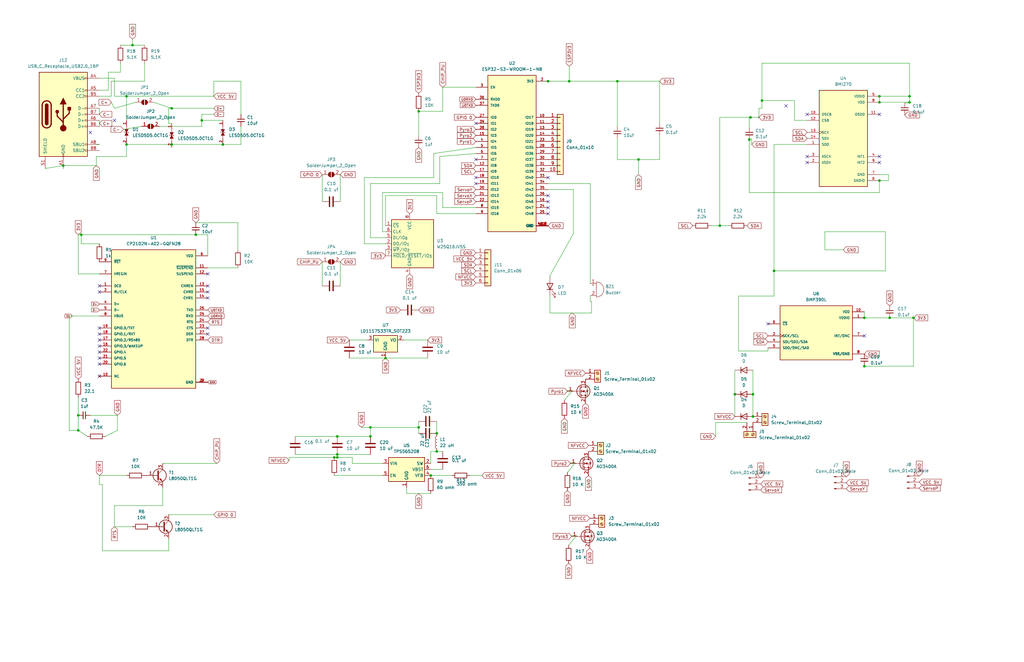
<source format=kicad_sch>
(kicad_sch (version 20250114) (generator "eeschema") (generator_version "9.0")
  (paper "B")
  (junction (at 33.02 181.61))
  (junction (at 370.84 76.2))
  (junction (at 326.39 114.3))
  (junction (at 231.14 34.29))
  (junction (at 370.84 43.18))
  (junction (at 26.67 69.85))
  (junction (at 370.84 40.64))
  (junction (at 317.5 166.37))
  (junction (at 85.09 50.8))
  (junction (at 72.39 60.96))
  (junction (at 176.53 46.99))
  (junction (at 385.191 134.112))
  (junction (at 53.34 60.96))
  (junction (at 72.39 45.72))
  (junction (at 82.55 99.06))
  (junction (at 176.53 180.34))
  (junction (at 142.24 184.15))
  (junction (at 364.49 134.112))
  (junction (at 162.56 151.13))
  (junction (at 55.88 19.05))
  (junction (at 156.21 180.34))
  (junction (at 93.98 60.96))
  (junction (at 260.35 34.29))
  (junction (at 383.54 43.18))
  (junction (at 375.158 134.112))
  (junction (at 317.5 175.768))
  (junction (at 269.24 67.31))
  (junction (at 53.34 40.64))
  (junction (at 140.97 193.04))
  (junction (at 156.21 184.15))
  (junction (at 142.24 191.77))
  (junction (at 184.15 182.88))
  (junction (at 303.53 95.25))
  (junction (at 181.61 200.66))
  (junction (at 142.24 193.04))
  (junction (at 240.03 34.29))
  (junction (at 383.54 40.64))
  (junction (at 315.976 58.928))
  (junction (at 364.49 154.559))
  (junction (at 184.15 190.5))
  (junction (at 316.484 49.53))
  (junction (at 34.29 99.06))
  (junction (at 309.88 166.37))
  (junction (at 33.02 175.26))
  (junction (at 321.31 42.418))
  (no_connect (at 370.84 48.26))
  (no_connect (at 370.84 68.58))
  (no_connect (at 370.84 66.04))
  (no_connect (at 231.14 85.09))
  (no_connect (at 38.1 55.88))
  (no_connect (at 231.14 82.55))
  (no_connect (at 48.26 50.8))
  (no_connect (at 231.14 87.63))
  (no_connect (at 200.66 52.07))
  (no_connect (at 231.14 90.17))
  (no_connect (at 340.36 48.26))
  (no_connect (at 331.47 44.704))
  (no_connect (at 340.36 66.04))
  (no_connect (at 340.36 68.58))
  (no_connect (at 200.66 74.93))
  (no_connect (at 231.14 74.93))
  (no_connect (at 364.49 141.732))
  (no_connect (at 323.85 136.652))
  (no_connect (at 200.66 77.47))
  (no_connect (at 41.91 123.19))
  (no_connect (at 41.91 120.65))
  (no_connect (at 41.91 153.67))
  (no_connect (at 41.91 158.75))
  (no_connect (at 41.91 151.13))
  (no_connect (at 41.91 148.59))
  (no_connect (at 41.91 146.05))
  (no_connect (at 41.91 143.51))
  (no_connect (at 41.91 140.97))
  (no_connect (at 41.91 138.43))
  (no_connect (at 87.63 140.97))
  (no_connect (at 87.63 138.43))
  (no_connect (at 87.63 115.57))
  (no_connect (at 87.63 120.65))
  (no_connect (at 87.63 123.19))
  (no_connect (at 87.63 125.73))
  (no_connect (at 200.66 67.31))
  (wire (pts (xy 171.45 205.74) (xy 171.45 208.28)))
  (wire (pts (xy 200.66 62.23) (xy 182.88 64.77)))
  (wire (pts (xy 364.49 154.559) (xy 385.191 154.559)))
  (wire (pts (xy 124.46 191.77) (xy 142.24 191.77)))
  (wire (pts (xy 34.29 99.06) (xy 82.55 99.06)))
  (wire (pts (xy 184.15 177.8) (xy 184.15 182.88)))
  (wire (pts (xy 231.902 116.332) (xy 241.808 98.552)))
  (wire (pts (xy 385.191 154.559) (xy 385.191 134.112)))
  (wire (pts (xy 53.34 66.04) (xy 53.34 60.96)))
  (wire (pts (xy 260.35 34.29) (xy 260.35 53.34)))
  (wire (pts (xy 347.853 97.79) (xy 347.853 105.41)))
  (wire (pts (xy 41.91 50.8) (xy 41.91 53.34)))
  (wire (pts (xy 41.91 45.72) (xy 41.91 48.26)))
  (wire (pts (xy 43.18 204.47) (xy 41.91 204.47)))
  (wire (pts (xy 309.88 156.21) (xy 309.88 166.37)))
  (wire (pts (xy 41.91 60.96) (xy 40.64 60.96)))
  (wire (pts (xy 140.97 193.04) (xy 121.92 193.04)))
  (wire (pts (xy 364.49 154.559) (xy 364.49 154.432)))
  (wire (pts (xy 242.57 195.326) (xy 240.538 195.326)))
  (wire (pts (xy 53.34 40.64) (xy 53.34 50.8)))
  (wire (pts (xy 335.026 50.8) (xy 340.36 50.8)))
  (wire (pts (xy 72.39 45.72) (xy 90.17 45.72)))
  (wire (pts (xy 200.66 36.83) (xy 186.69 36.83)))
  (wire (pts (xy 148.59 195.58) (xy 148.59 193.04)))
  (wire (pts (xy 185.42 66.04) (xy 200.66 64.77)))
  (wire (pts (xy 36.83 184.15) (xy 33.02 181.61)))
  (wire (pts (xy 85.09 50.8) (xy 85.09 53.34)))
  (wire (pts (xy 49.53 175.26) (xy 49.53 181.61)))
  (wire (pts (xy 240.03 27.94) (xy 240.03 34.29)))
  (wire (pts (xy 176.53 180.34) (xy 176.53 182.88)))
  (wire (pts (xy 186.69 46.99) (xy 176.53 46.99)))
  (wire (pts (xy 340.36 60.96) (xy 326.39 60.96)))
  (wire (pts (xy 301.752 178.308) (xy 301.752 184.15)))
  (wire (pts (xy 309.88 166.37) (xy 309.88 175.768)))
  (wire (pts (xy 231.14 34.29) (xy 240.03 34.29)))
  (wire (pts (xy 240.538 195.326) (xy 240.538 195.58)))
  (wire (pts (xy 203.2 200.66) (xy 198.12 200.66)))
  (wire (pts (xy 100.33 105.41) (xy 100.33 93.98)))
  (wire (pts (xy 186.69 190.5) (xy 184.15 190.5)))
  (wire (pts (xy 71.12 52.07) (xy 72.39 52.07)))
  (wire (pts (xy 68.58 195.58) (xy 91.44 195.58)))
  (wire (pts (xy 181.61 190.5) (xy 181.61 195.58)))
  (wire (pts (xy 19.05 71.12) (xy 26.67 69.85)))
  (wire (pts (xy 186.69 36.83) (xy 186.69 46.99)))
  (wire (pts (xy 299.72 95.25) (xy 303.53 95.25)))
  (wire (pts (xy 72.39 62.23) (xy 72.39 60.96)))
  (wire (pts (xy 237.998 168.91) (xy 241.3 164.846)))
  (wire (pts (xy 241.808 80.01) (xy 231.14 80.01)))
  (wire (pts (xy 375.158 134.112) (xy 385.191 134.112)))
  (wire (pts (xy 147.32 143.51) (xy 154.94 143.51)))
  (wire (pts (xy 321.31 45.72) (xy 320.04 45.72)))
  (wire (pts (xy 317.5 156.21) (xy 317.5 166.37)))
  (wire (pts (xy 176.53 177.8) (xy 176.53 180.34)))
  (wire (pts (xy 239.268 164.846) (xy 239.268 165.1)))
  (wire (pts (xy 68.58 205.74) (xy 68.58 213.36)))
  (wire (pts (xy 101.6 48.26) (xy 101.6 34.29)))
  (wire (pts (xy 60.96 34.29) (xy 60.96 26.67)))
  (wire (pts (xy 321.31 42.418) (xy 321.31 45.72)))
  (wire (pts (xy 184.15 90.17) (xy 200.66 90.17)))
  (wire (pts (xy 33.02 115.57) (xy 41.91 115.57)))
  (wire (pts (xy 50.8 30.48) (xy 50.8 26.67)))
  (wire (pts (xy 326.39 60.96) (xy 326.39 114.3)))
  (wire (pts (xy 142.24 193.04) (xy 140.97 193.04)))
  (wire (pts (xy 67.31 53.34) (xy 85.09 53.34)))
  (wire (pts (xy 156.21 180.34) (xy 152.4 180.34)))
  (wire (pts (xy 260.35 34.29) (xy 278.13 34.29)))
  (wire (pts (xy 64.77 43.18) (xy 72.39 45.72)))
  (wire (pts (xy 278.13 57.15) (xy 278.13 67.31)))
  (wire (pts (xy 231.902 132.08) (xy 249.428 132.08)))
  (wire (pts (xy 364.49 134.112) (xy 364.49 131.572)))
  (wire (pts (xy 241.3 164.846) (xy 239.268 164.846)))
  (wire (pts (xy 370.84 81.28) (xy 370.84 76.2)))
  (wire (pts (xy 239.268 199.39) (xy 242.57 195.326)))
  (wire (pts (xy 162.56 82.55) (xy 184.15 82.55)))
  (wire (pts (xy 143.51 110.49) (xy 143.51 120.65)))
  (wire (pts (xy 82.55 99.06) (xy 87.63 99.06)))
  (wire (pts (xy 249.428 127.254) (xy 248.92 127.254)))
  (wire (pts (xy 317.5 166.37) (xy 317.5 175.768)))
  (wire (pts (xy 41.91 40.64) (xy 46.9057 40.64)))
  (wire (pts (xy 45.72 30.48) (xy 50.8 30.48)))
  (wire (pts (xy 29.21 133.35) (xy 29.21 181.61)))
  (wire (pts (xy 48.26 40.64) (xy 48.26 33.02)))
  (wire (pts (xy 383.54 40.64) (xy 370.84 40.64)))
  (wire (pts (xy 101.6 34.29) (xy 90.17 34.29)))
  (wire (pts (xy 370.84 43.18) (xy 370.84 40.64)))
  (wire (pts (xy 101.6 53.34) (xy 101.6 60.96)))
  (wire (pts (xy 303.53 95.25) (xy 303.53 49.53)))
  (wire (pts (xy 181.61 200.66) (xy 190.5 200.66)))
  (wire (pts (xy 48.26 40.64) (xy 53.34 40.64)))
  (wire (pts (xy 72.39 60.96) (xy 53.34 60.96)))
  (wire (pts (xy 161.29 97.79) (xy 162.56 97.79)))
  (wire (pts (xy 326.39 114.3) (xy 326.39 124.968)))
  (wire (pts (xy 260.35 67.31) (xy 260.35 58.42)))
  (wire (pts (xy 148.59 193.04) (xy 142.24 193.04)))
  (wire (pts (xy 142.24 184.15) (xy 156.21 184.15)))
  (wire (pts (xy 316.992 58.674) (xy 315.976 58.674)))
  (wire (pts (xy 50.8 19.05) (xy 55.88 19.05)))
  (wire (pts (xy 315.976 53.848) (xy 315.976 49.403)))
  (wire (pts (xy 248.92 127.254) (xy 248.92 124.714)))
  (wire (pts (xy 87.63 107.95) (xy 87.63 99.06)))
  (wire (pts (xy 41.91 133.35) (xy 29.21 133.35)))
  (wire (pts (xy 248.92 77.47) (xy 231.14 77.47)))
  (wire (pts (xy 269.24 67.31) (xy 269.24 73.66)))
  (wire (pts (xy 182.88 64.77) (xy 182.88 74.93)))
  (wire (pts (xy 241.808 80.01) (xy 241.808 98.552)))
  (wire (pts (xy 184.15 82.55) (xy 184.15 90.17)))
  (wire (pts (xy 186.69 81.28) (xy 161.29 81.28)))
  (wire (pts (xy 200.66 87.63) (xy 186.69 87.63)))
  (wire (pts (xy 162.56 95.25) (xy 162.56 82.55)))
  (wire (pts (xy 49.53 181.61) (xy 44.45 184.15)))
  (wire (pts (xy 315.976 58.674) (xy 315.976 58.928)))
  (wire (pts (xy 142.24 193.04) (xy 142.24 191.77)))
  (wire (pts (xy 278.13 67.31) (xy 269.24 67.31)))
  (wire (pts (xy 374.65 73.66) (xy 370.84 73.66)))
  (wire (pts (xy 364.49 134.112) (xy 375.158 134.112)))
  (wire (pts (xy 370.84 81.28) (xy 315.976 81.28)))
  (wire (pts (xy 383.54 43.18) (xy 383.54 40.64)))
  (wire (pts (xy 46.9057 34.29) (xy 60.96 34.29)))
  (wire (pts (xy 181.61 198.12) (xy 186.69 198.12)))
  (wire (pts (xy 370.84 43.18) (xy 383.54 43.18)))
  (wire (pts (xy 156.21 180.34) (xy 156.21 184.15)))
  (wire (pts (xy 326.39 114.3) (xy 373.38 114.3)))
  (wire (pts (xy 231.902 117.094) (xy 231.902 116.332)))
  (wire (pts (xy 383.54 43.434) (xy 383.54 43.18)))
  (wire (pts (xy 71.12 52.07) (xy 71.12 45.72)))
  (wire (pts (xy 71.12 217.17) (xy 90.17 217.17)))
  (wire (pts (xy 239.776 230.124) (xy 243.078 226.06)))
  (wire (pts (xy 93.98 50.8) (xy 85.09 50.8)))
  (wire (pts (xy 40.64 66.04) (xy 53.34 66.04)))
  (wire (pts (xy 323.85 146.812) (xy 323.85 148.082)))
  (wire (pts (xy 161.29 195.58) (xy 148.59 195.58)))
  (wire (pts (xy 316.992 60.96) (xy 316.992 58.674)))
  (wire (pts (xy 53.34 40.64) (xy 90.17 40.64)))
  (wire (pts (xy 180.34 151.13) (xy 162.56 151.13)))
  (wire (pts (xy 52.07 54.61) (xy 59.69 53.34)))
  (wire (pts (xy 278.13 34.29) (xy 278.13 52.07)))
  (wire (pts (xy 156.21 77.47) (xy 185.42 77.47)))
  (wire (pts (xy 316.484 49.403) (xy 316.484 49.53)))
  (wire (pts (xy 43.18 232.41) (xy 43.18 204.47)))
  (wire (pts (xy 176.53 180.34) (xy 156.21 180.34)))
  (wire (pts (xy 147.32 151.13) (xy 162.56 151.13)))
  (wire (pts (xy 41.91 200.66) (xy 53.34 200.66)))
  (wire (pts (xy 40.64 69.85) (xy 40.64 66.04)))
  (wire (pts (xy 381.508 43.434) (xy 383.54 43.434)))
  (wire (pts (xy 347.853 97.79) (xy 373.38 97.79)))
  (wire (pts (xy 321.31 26.67) (xy 321.31 42.418)))
  (wire (pts (xy 41.91 38.1) (xy 45.72 38.1)))
  (wire (pts (xy 41.91 204.47) (xy 41.91 200.66)))
  (wire (pts (xy 48.26 222.25) (xy 48.26 213.36)))
  (wire (pts (xy 85.09 48.26) (xy 90.17 48.26)))
  (wire (pts (xy 311.404 124.968) (xy 311.404 148.082)))
  (wire (pts (xy 161.29 200.66) (xy 140.97 200.66)))
  (wire (pts (xy 34.29 102.87) (xy 34.29 99.06)))
  (wire (pts (xy 55.88 16.51) (xy 55.88 19.05)))
  (wire (pts (xy 93.98 60.96) (xy 72.39 60.96)))
  (wire (pts (xy 186.69 87.63) (xy 186.69 81.28)))
  (wire (pts (xy 153.67 74.93) (xy 153.67 102.87)))
  (wire (pts (xy 303.53 49.53) (xy 316.484 49.53)))
  (wire (pts (xy 29.21 181.61) (xy 33.02 181.61)))
  (wire (pts (xy 347.853 105.41) (xy 355.6 105.41)))
  (wire (pts (xy 321.31 42.418) (xy 335.026 42.418)))
  (wire (pts (xy 185.42 77.47) (xy 185.42 66.04)))
  (bus (pts (xy 319.786 49.53) (xy 320.04 49.53)))
  (wire (pts (xy 373.38 114.3) (xy 373.38 97.79)))
  (wire (pts (xy 326.39 124.968) (xy 311.404 124.968)))
  (wire (pts (xy 249.428 132.08) (xy 249.428 127.254)))
  (wire (pts (xy 315.976 49.403) (xy 316.484 49.403)))
  (wire (pts (xy 314.96 178.308) (xy 301.752 178.308)))
  (wire (pts (xy 33.02 175.26) (xy 33.02 181.61)))
  (wire (pts (xy 33.02 167.64) (xy 33.02 175.26)))
  (wire (pts (xy 135.89 110.49) (xy 135.89 120.65)))
  (wire (pts (xy 383.54 40.64) (xy 383.54 26.67)))
  (wire (pts (xy 226.06 34.29) (xy 231.14 34.29)))
  (wire (pts (xy 370.84 76.2) (xy 374.65 76.2)))
  (wire (pts (xy 321.31 26.67) (xy 383.54 26.67)))
  (wire (pts (xy 303.53 95.25) (xy 307.34 95.25)))
  (wire (pts (xy 33.02 99.06) (xy 33.02 115.57)))
  (wire (pts (xy 33.02 99.06) (xy 34.29 99.06)))
  (wire (pts (xy 48.26 222.25) (xy 55.88 222.25)))
  (wire (pts (xy 48.26 213.36) (xy 68.58 213.36)))
  (wire (pts (xy 170.18 143.51) (xy 180.34 143.51)))
  (wire (pts (xy 176.53 46.99) (xy 176.53 57.15)))
  (wire (pts (xy 71.12 45.72) (xy 72.39 45.72)))
  (wire (pts (xy 46.99 43.18) (xy 48.26 45.72)))
  (wire (pts (xy 41.91 102.87) (xy 34.29 102.87)))
  (wire (pts (xy 231.902 124.714) (xy 231.902 132.08)))
  (wire (pts (xy 71.12 227.33) (xy 71.12 232.41)))
  (wire (pts (xy 48.26 33.02) (xy 41.91 33.02)))
  (wire (pts (xy 364.363 154.559) (xy 364.49 154.559)))
  (wire (pts (xy 315.976 58.928) (xy 315.976 81.28)))
  (wire (pts (xy 320.04 45.72) (xy 320.04 49.53)))
  (wire (pts (xy 100.33 93.98) (xy 82.55 93.98)))
  (wire (pts (xy 45.72 38.1) (xy 45.72 30.48)))
  (wire (pts (xy 156.21 191.77) (xy 142.24 191.77)))
  (wire (pts (xy 153.67 102.87) (xy 162.56 102.87)))
  (wire (pts (xy 87.63 113.03) (xy 100.33 113.03)))
  (wire (pts (xy 40.64 69.85) (xy 26.67 69.85)))
  (wire (pts (xy 156.21 100.33) (xy 156.21 77.47)))
  (wire (pts (xy 55.88 19.05) (xy 60.96 19.05)))
  (wire (pts (xy 124.46 184.15) (xy 142.24 184.15)))
  (wire (pts (xy 241.046 226.06) (xy 241.046 226.314)))
  (wire (pts (xy 48.26 45.72) (xy 57.15 43.18)))
  (wire (pts (xy 171.45 208.28) (xy 181.61 208.28)))
  (wire (pts (xy 46.9057 40.64) (xy 46.9057 34.29)))
  (wire (pts (xy 26.67 69.85) (xy 26.67 71.12)))
  (wire (pts (xy 316.484 49.53) (xy 320.04 49.53)))
  (wire (pts (xy 85.09 48.26) (xy 85.09 50.8)))
  (wire (pts (xy 269.24 67.31) (xy 260.35 67.31)))
  (wire (pts (xy 135.89 73.66) (xy 135.89 85.09)))
  (wire (pts (xy 143.51 73.66) (xy 143.51 85.09)))
  (wire (pts (xy 161.29 81.28) (xy 161.29 97.79)))
  (wire (pts (xy 385.191 134.112) (xy 385.318 134.112)))
  (wire (pts (xy 153.67 74.93) (xy 182.88 74.93)))
  (wire (pts (xy 311.404 148.082) (xy 323.85 148.082)))
  (wire (pts (xy 248.92 77.47) (xy 248.92 119.634)))
  (wire (pts (xy 335.026 42.418) (xy 335.026 50.8)))
  (wire (pts (xy 162.56 107.95) (xy 162.56 105.41)))
  (wire (pts (xy 243.078 226.06) (xy 241.046 226.06)))
  (wire (pts (xy 121.92 193.04) (xy 121.92 194.31)))
  (wire (pts (xy 374.65 76.2) (xy 374.65 73.66)))
  (wire (pts (xy 101.6 60.96) (xy 93.98 60.96)))
  (wire (pts (xy 184.15 190.5) (xy 181.61 190.5)))
  (wire (pts (xy 71.12 232.41) (xy 43.18 232.41)))
  (wire (pts (xy 240.03 34.29) (xy 260.35 34.29)))
  (wire (pts (xy 38.1 175.26) (xy 49.53 175.26)))
  (wire (pts (xy 162.56 100.33) (xy 156.21 100.33)))
  (wire (pts (xy 90.17 34.29) (xy 90.17 40.64)))
  (global_label "NFVCC" (shape input) (at 246.888 157.48 180) (property "Intersheetrefs" "${INTERSHEET_REFS}" (effects (hide yes))))
  (global_label "C+" (shape input) (at 41.91 52.07 0) (property "Intersheetrefs" "${INTERSHEET_REFS}" (effects (hide yes))))
  (global_label "3V3" (shape input) (at 180.34 143.51 0) (property "Intersheetrefs" "${INTERSHEET_REFS}" (effects (hide yes))))
  (global_label "NFVCC" (shape input) (at 248.158 187.96 180) (property "Intersheetrefs" "${INTERSHEET_REFS}" (effects (hide yes))))
  (global_label "ServoY" (shape input) (at 356.87 206.248 0) (property "Intersheetrefs" "${INTERSHEET_REFS}" (effects (hide yes))))
  (global_label "C+" (shape input) (at 46.99 43.18 180) (property "Intersheetrefs" "${INTERSHEET_REFS}" (effects (hide yes))))
  (global_label "ESP3V3" (shape input) (at 176.53 39.37 90) (property "Intersheetrefs" "${INTERSHEET_REFS}" (effects (hide yes))))
  (global_label "GND" (shape input) (at 176.53 130.81 0) (property "Intersheetrefs" "${INTERSHEET_REFS}" (effects (hide yes))))
  (global_label "ServoX" (shape input) (at 320.802 206.756 0) (property "Intersheetrefs" "${INTERSHEET_REFS}" (effects (hide yes))))
  (global_label "GND" (shape input) (at 49.53 175.26 90) (property "Intersheetrefs" "${INTERSHEET_REFS}" (effects (hide yes))))
  (global_label "3V3" (shape input) (at 278.13 34.29 0) (property "Intersheetrefs" "${INTERSHEET_REFS}" (effects (hide yes))))
  (global_label "3V3" (shape input) (at 162.56 107.95 180) (property "Intersheetrefs" "${INTERSHEET_REFS}" (effects (hide yes))))
  (global_label "GND" (shape input) (at 381.508 48.514 0) (property "Intersheetrefs" "${INTERSHEET_REFS}" (effects (hide yes))))
  (global_label "RTS" (shape input) (at 48.26 222.25 270) (property "Intersheetrefs" "${INTERSHEET_REFS}" (effects (hide yes))))
  (global_label "3V3" (shape input) (at 320.04 49.53 0) (property "Intersheetrefs" "${INTERSHEET_REFS}" (effects (hide yes))))
  (global_label "3V3" (shape input) (at 385.318 134.112 0) (property "Intersheetrefs" "${INTERSHEET_REFS}" (effects (hide yes))))
  (global_label "CHIP_PU" (shape input) (at 135.89 110.49 180) (property "Intersheetrefs" "${INTERSHEET_REFS}" (effects (hide yes))))
  (global_label "VCC 5V" (shape input) (at 90.17 40.64 0) (property "Intersheetrefs" "${INTERSHEET_REFS}" (effects (hide yes))))
  (global_label "VCC 5V" (shape input) (at 203.2 200.66 0) (property "Intersheetrefs" "${INTERSHEET_REFS}" (effects (hide yes))))
  (global_label "GND" (shape input) (at 355.6 105.41 0) (property "Intersheetrefs" "${INTERSHEET_REFS}" (effects (hide yes))))
  (global_label "GND" (shape input) (at 387.604 200.914 90) (property "Intersheetrefs" "${INTERSHEET_REFS}" (effects (hide yes))))
  (global_label "VCC 5V" (shape input) (at 200.66 109.22 180) (property "Intersheetrefs" "${INTERSHEET_REFS}" (effects (hide yes))))
  (global_label "GND" (shape input) (at 162.56 151.13 270) (property "Intersheetrefs" "${INTERSHEET_REFS}" (effects (hide yes))))
  (global_label "GND" (shape input) (at 40.64 69.85 270) (property "Intersheetrefs" "${INTERSHEET_REFS}" (effects (hide yes))))
  (global_label "GND" (shape input) (at 364.49 149.352 0) (property "Intersheetrefs" "${INTERSHEET_REFS}" (effects (hide yes))))
  (global_label "SDA" (shape input) (at 200.66 69.85 180) (property "Intersheetrefs" "${INTERSHEET_REFS}" (effects (hide yes))))
  (global_label "DTR" (shape input) (at 87.63 143.51 0) (property "Intersheetrefs" "${INTERSHEET_REFS}" (effects (hide yes))))
  (global_label "VCC 5V" (shape input) (at 356.87 203.708 0) (property "Intersheetrefs" "${INTERSHEET_REFS}" (effects (hide yes))))
  (global_label "GND" (shape input) (at 143.51 110.49 0) (property "Intersheetrefs" "${INTERSHEET_REFS}" (effects (hide yes))))
  (global_label "CHIP_PU" (shape input) (at 186.69 36.83 90) (property "Intersheetrefs" "${INTERSHEET_REFS}" (effects (hide yes))))
  (global_label "GPIO 0" (shape input) (at 135.89 73.66 180) (property "Intersheetrefs" "${INTERSHEET_REFS}" (effects (hide yes))))
  (global_label "VCC 5V" (shape input) (at 387.604 203.454 0) (property "Intersheetrefs" "${INTERSHEET_REFS}" (effects (hide yes))))
  (global_label "GND" (shape input) (at 320.802 201.676 90) (property "Intersheetrefs" "${INTERSHEET_REFS}" (effects (hide yes))))
  (global_label "Pyro1" (shape input) (at 200.66 59.69 180) (property "Intersheetrefs" "${INTERSHEET_REFS}" (effects (hide yes))))
  (global_label "3V3" (shape input) (at 33.02 99.06 90) (property "Intersheetrefs" "${INTERSHEET_REFS}" (effects (hide yes))))
  (global_label "GND" (shape input) (at 248.158 200.66 270) (property "Intersheetrefs" "${INTERSHEET_REFS}" (effects (hide yes))))
  (global_label "ServoY" (shape input) (at 200.66 80.01 180) (property "Intersheetrefs" "${INTERSHEET_REFS}" (effects (hide yes))))
  (global_label "ESP3V3" (shape input) (at 240.03 27.94 90) (property "Intersheetrefs" "${INTERSHEET_REFS}" (effects (hide yes))))
  (global_label "ServoX" (shape input) (at 200.66 82.55 180) (property "Intersheetrefs" "${INTERSHEET_REFS}" (effects (hide yes))))
  (global_label "D-" (shape input) (at 41.91 130.81 180) (effects (font (size 0.8 0.8))) (property "Intersheetrefs" "${INTERSHEET_REFS}" (effects (hide yes))))
  (global_label "SDA" (shape input) (at 323.85 144.272 180) (property "Intersheetrefs" "${INTERSHEET_REFS}" (effects (hide yes))))
  (global_label "GND" (shape input) (at 241.3 132.08 270) (property "Intersheetrefs" "${INTERSHEET_REFS}" (effects (hide yes))))
  (global_label "3V3" (shape input) (at 172.72 90.17 90) (property "Intersheetrefs" "${INTERSHEET_REFS}" (effects (hide yes))))
  (global_label "3V3" (shape input) (at 200.66 119.38 180) (property "Intersheetrefs" "${INTERSHEET_REFS}" (effects (hide yes))))
  (global_label "NFVCC" (shape input) (at 248.666 218.694 180) (property "Intersheetrefs" "${INTERSHEET_REFS}" (effects (hide yes))))
  (global_label "SCL" (shape input) (at 200.66 114.3 180) (property "Intersheetrefs" "${INTERSHEET_REFS}" (effects (hide yes))))
  (global_label "GND" (shape input) (at 237.998 176.53 270) (property "Intersheetrefs" "${INTERSHEET_REFS}" (effects (hide yes))))
  (global_label "DTR" (shape input) (at 41.91 200.66 90) (property "Intersheetrefs" "${INTERSHEET_REFS}" (effects (hide yes))))
  (global_label "GND" (shape input) (at 248.666 231.394 270) (property "Intersheetrefs" "${INTERSHEET_REFS}" (effects (hide yes))))
  (global_label "GND" (shape input) (at 172.72 115.57 270) (property "Intersheetrefs" "${INTERSHEET_REFS}" (effects (hide yes))))
  (global_label "GND" (shape input) (at 200.66 106.68 180) (property "Intersheetrefs" "${INTERSHEET_REFS}" (effects (hide yes))))
  (global_label "GND" (shape input) (at 239.776 237.744 270) (property "Intersheetrefs" "${INTERSHEET_REFS}" (effects (hide yes))))
  (global_label "CHIP_PU" (shape input) (at 91.44 195.58 90) (property "Intersheetrefs" "${INTERSHEET_REFS}" (effects (hide yes))))
  (global_label "Pyro3" (shape input) (at 200.66 54.61 180) (property "Intersheetrefs" "${INTERSHEET_REFS}" (effects (hide yes))))
  (global_label "NFVCC" (shape input) (at 309.88 175.768 180) (property "Intersheetrefs" "${INTERSHEET_REFS}" (effects (hide yes))))
  (global_label "ServoP" (shape input) (at 387.604 205.994 0) (property "Intersheetrefs" "${INTERSHEET_REFS}" (effects (hide yes))))
  (global_label "SDA" (shape input) (at 200.66 111.76 180) (property "Intersheetrefs" "${INTERSHEET_REFS}" (effects (hide yes))))
  (global_label "GND" (shape input) (at 269.24 73.66 270) (property "Intersheetrefs" "${INTERSHEET_REFS}" (effects (hide yes))))
  (global_label "SDA" (shape input) (at 314.96 95.25 0) (property "Intersheetrefs" "${INTERSHEET_REFS}" (effects (hide yes))))
  (global_label "GND" (shape input) (at 55.88 16.51 90) (property "Intersheetrefs" "${INTERSHEET_REFS}" (effects (hide yes))))
  (global_label "Pyro2" (shape input) (at 200.66 57.15 180) (property "Intersheetrefs" "${INTERSHEET_REFS}" (effects (hide yes))))
  (global_label "SCL" (shape input) (at 292.1 95.25 180) (property "Intersheetrefs" "${INTERSHEET_REFS}" (effects (hide yes))))
  (global_label "RTS" (shape input) (at 87.63 135.89 0) (property "Intersheetrefs" "${INTERSHEET_REFS}" (effects (hide yes))))
  (global_label "U0RXD" (shape input) (at 87.63 133.35 0) (effects (font (size 1 1))) (property "Intersheetrefs" "${INTERSHEET_REFS}" (effects (hide yes))))
  (global_label "GND" (shape input) (at 239.268 207.01 270) (property "Intersheetrefs" "${INTERSHEET_REFS}" (effects (hide yes))))
  (global_label "U0TXD" (shape input) (at 87.63 130.81 0) (effects (font (size 1 1))) (property "Intersheetrefs" "${INTERSHEET_REFS}" (effects (hide yes))))
  (global_label "D+" (shape input) (at 90.17 45.72 0) (effects (font (size 1 1))) (property "Intersheetrefs" "${INTERSHEET_REFS}" (effects (hide yes))))
  (global_label "GPIO 0" (shape input) (at 90.17 217.17 0) (property "Intersheetrefs" "${INTERSHEET_REFS}" (effects (hide yes))))
  (global_label "SDA" (shape input) (at 340.36 58.42 180) (property "Intersheetrefs" "${INTERSHEET_REFS}" (effects (hide yes))))
  (global_label "GND" (shape input) (at 176.53 62.23 270) (property "Intersheetrefs" "${INTERSHEET_REFS}" (effects (hide yes))))
  (global_label "C-" (shape input) (at 52.07 54.61 180) (property "Intersheetrefs" "${INTERSHEET_REFS}" (effects (hide yes))))
  (global_label "SCL" (shape input) (at 323.85 141.732 180) (property "Intersheetrefs" "${INTERSHEET_REFS}" (effects (hide yes))))
  (global_label "GND" (shape input) (at 356.87 201.168 90) (property "Intersheetrefs" "${INTERSHEET_REFS}" (effects (hide yes))))
  (global_label "GND" (shape input) (at 375.158 129.032 90) (property "Intersheetrefs" "${INTERSHEET_REFS}" (effects (hide yes))))
  (global_label "U0TXD" (shape input) (at 200.66 44.45 180) (effects (font (size 1 1))) (property "Intersheetrefs" "${INTERSHEET_REFS}" (effects (hide yes))))
  (global_label "GND" (shape input) (at 316.992 60.96 0) (property "Intersheetrefs" "${INTERSHEET_REFS}" (effects (hide yes))))
  (global_label "C-" (shape input) (at 41.91 48.26 0) (property "Intersheetrefs" "${INTERSHEET_REFS}" (effects (hide yes))))
  (global_label "Pyro3" (shape input) (at 241.046 226.314 180) (property "Intersheetrefs" "${INTERSHEET_REFS}" (effects (hide yes))))
  (global_label "U0RXD" (shape input) (at 200.66 41.91 180) (effects (font (size 1 1))) (property "Intersheetrefs" "${INTERSHEET_REFS}" (effects (hide yes))))
  (global_label "GND" (shape input) (at 246.888 170.18 270) (property "Intersheetrefs" "${INTERSHEET_REFS}" (effects (hide yes))))
  (global_label "GND" (shape input) (at 152.4 180.34 90) (property "Intersheetrefs" "${INTERSHEET_REFS}" (effects (hide yes))))
  (global_label "NFVCC" (shape input) (at 121.92 194.31 180) (property "Intersheetrefs" "${INTERSHEET_REFS}" (effects (hide yes))))
  (global_label "Pyro2" (shape input) (at 240.538 195.58 180) (property "Intersheetrefs" "${INTERSHEET_REFS}" (effects (hide yes))))
  (global_label "VCC 5V" (shape input) (at 320.802 204.216 0) (property "Intersheetrefs" "${INTERSHEET_REFS}" (effects (hide yes))))
  (global_label "D+" (shape input) (at 41.91 128.27 180) (effects (font (size 0.8 0.8))) (property "Intersheetrefs" "${INTERSHEET_REFS}" (effects (hide yes))))
  (global_label "VCC 5V" (shape input) (at 33.02 160.02 90) (property "Intersheetrefs" "${INTERSHEET_REFS}" (effects (hide yes))))
  (global_label "NFVCC" (shape input) (at 200.66 116.84 180) (property "Intersheetrefs" "${INTERSHEET_REFS}" (effects (hide yes))))
  (global_label "D-" (shape input) (at 90.17 48.26 0) (effects (font (size 1 1))) (property "Intersheetrefs" "${INTERSHEET_REFS}" (effects (hide yes))))
  (global_label "D1" (shape input) (at 30.48 133.35 180) (effects (font (size 0.8 0.8))) (property "Intersheetrefs" "${INTERSHEET_REFS}" (effects (hide yes))))
  (global_label "GND" (shape input) (at 231.14 95.25 0) (property "Intersheetrefs" "${INTERSHEET_REFS}" (effects (hide yes))))
  (global_label "SCL" (shape input) (at 340.36 55.88 180) (property "Intersheetrefs" "${INTERSHEET_REFS}" (effects (hide yes))))
  (global_label "VCC 5V" (shape input) (at 147.32 143.51 180) (property "Intersheetrefs" "${INTERSHEET_REFS}" (effects (hide yes))))
  (global_label "ServoP" (shape input) (at 200.66 85.09 180) (property "Intersheetrefs" "${INTERSHEET_REFS}" (effects (hide yes))))
  (global_label "GND" (shape input) (at 176.53 208.28 270) (property "Intersheetrefs" "${INTERSHEET_REFS}" (effects (hide yes))))
  (global_label "GND" (shape input) (at 301.752 184.15 180) (property "Intersheetrefs" "${INTERSHEET_REFS}" (effects (hide yes))))
  (global_label "GND" (shape input) (at 82.55 93.98 90) (property "Intersheetrefs" "${INTERSHEET_REFS}" (effects (hide yes))))
  (global_label "GND" (shape input) (at 87.63 161.29 0) (effects (font (size 0.7 0.7))) (property "Intersheetrefs" "${INTERSHEET_REFS}" (effects (hide yes))))
  (global_label "GND" (shape input) (at 143.51 73.66 0) (property "Intersheetrefs" "${INTERSHEET_REFS}" (effects (hide yes))))
  (global_label "SCL" (shape input) (at 200.66 72.39 180) (property "Intersheetrefs" "${INTERSHEET_REFS}" (effects (hide yes))))
  (global_label "3V3" (shape input) (at 168.91 130.81 180) (property "Intersheetrefs" "${INTERSHEET_REFS}" (effects (hide yes))))
  (global_label "GPIO 0" (shape input) (at 200.66 49.53 180) (property "Intersheetrefs" "${INTERSHEET_REFS}" (effects (hide yes))))
  (global_label "Pyro1" (shape input) (at 239.268 165.1 180) (property "Intersheetrefs" "${INTERSHEET_REFS}" (effects (hide yes))))
  (symbol (lib_id "Transistor_BJT:MMBTA42") (at 66.04 200.66 0) (unit 1)
    (property "Reference" "T1" (at 71.12 199.3899 0) (effects (justify left)))
    (property "Value" "L8050QLT1G" (at 71.12 201.9299 0) (effects (justify left)))
    (property "Footprint" "Package_TO_SOT_SMD:SOT-23" (effects (hide yes)))
  )
  (symbol (lib_id "Regulator_Switching:TPS565208") (at 171.45 198.12 0) (unit 1)
    (property "Reference" "U5" (at 171.45 187.96 0))
    (property "Value" "TPS565208" (at 171.45 190.5 0))
    (property "Footprint" "Package_TO_SOT_SMD:SOT-23-6" (effects (hide yes)))
    (property "Datasheet" "http://www.ti.com/lit/ds/symlink/tps565208.pdf" (effects (hide yes)))
    (property "Description" "5A Synchronous Step-Down Voltage Regulator, Adjustable Output Voltage, 4.5-17V Input Voltage, SOT-23-6" (effects (hide yes)))
  )
  (symbol (lib_id "Connector:Screw_Terminal_01x02") (at 322.58 175.768 0) (unit 1)
    (property "Reference" "J4" (at 325.12 175.7679 0) (effects (justify left)))
    (property "Value" "Screw_Terminal_01x02" (at 325.12 178.3079 0) (effects (justify left)))
    (property "Footprint" "TerminalBlock_4Ucon:TerminalBlock_4Ucon_1x02_P3.50mm_Horizontal" (effects (hide yes)))
  )
  (symbol (lib_id "Device:R") (at 140.97 196.85 0) (unit 1)
    (property "Reference" "R8" (at 143.256 195.5799 0) (effects (justify left)))
    (property "Value" "10 K" (at 143.256 198.1199 0) (effects (justify left)))
    (property "Footprint" "Resistor_SMD:R_0805_2012Metric" (effects (hide yes)))
  )
  (symbol (lib_id "Connector:Screw_Terminal_01x02") (at 253.746 218.694 0) (unit 1)
    (property "Reference" "J3" (at 256.54 218.6939 0) (effects (justify left)))
    (property "Value" "Screw_Terminal_01x02" (at 256.54 221.2339 0) (effects (justify left)))
    (property "Footprint" "TerminalBlock_4Ucon:TerminalBlock_4Ucon_1x02_P3.50mm_Horizontal" (effects (hide yes)))
  )
  (symbol (lib_id "Device:C_Small") (at 364.49 151.892 0) (unit 1)
    (property "Reference" "C19" (at 367.03 150.6282 0) (effects (justify left)))
    (property "Value" "0.1uf" (at 367.03 153.1682 0) (effects (justify left)))
    (property "Footprint" "Capacitor_SMD:C_0805_2012Metric" (effects (hide yes)))
  )
  (symbol (lib_id "Device:Buzzer") (at 251.46 122.174 0) (unit 1)
    (property "Reference" "BZ1" (at 255.27 120.9039 0) (effects (justify left)))
    (property "Value" "Buzzer" (at 255.27 123.4439 0) (effects (justify left)))
    (property "Footprint" "Buzzer_Beeper:Buzzer_TDK_PS1240P02BT_D12.2mm_H6.5mm" (effects (hide yes)))
  )
  (symbol (lib_id "Connector:Conn_01x03_Male") (at 351.79 203.708 0) (unit 1)
    (property "Reference" "J7" (at 352.425 196.342 0))
    (property "Value" "Conn_01x03_Male" (at 352.425 198.882 0))
    (property "Footprint" "Connector_PinHeader_2.54mm:PinHeader_1x03_P2.54mm_Vertical" (effects (hide yes)))
  )
  (symbol (lib_id "Device:R") (at 239.268 203.2 0) (unit 1)
    (property "Reference" "R16" (at 241.3 201.9299 0) (effects (justify left)))
    (property "Value" "10 K" (at 241.3 204.4699 0) (effects (justify left)))
    (property "Footprint" "Resistor_SMD:R_0805_2012Metric" (effects (hide yes)))
  )
  (symbol (lib_id "Device:C_Small") (at 82.55 96.52 0) (unit 1)
    (property "Reference" "C2" (at 85.09 95.2562 0) (effects (justify left)))
    (property "Value" "10uf" (at 85.09 97.7962 0) (effects (justify left)))
    (property "Footprint" "Capacitor_SMD:C_0805_2012Metric" (effects (hide yes)))
  )
  (symbol (lib_id "Device:R") (at 100.33 109.22 0) (unit 1)
    (property "Reference" "R2" (at 102.87 107.9499 0) (effects (justify left)))
    (property "Value" "10K" (at 102.87 110.4899 0) (effects (justify left)))
    (property "Footprint" "Resistor_SMD:R_0805_2012Metric" (effects (hide yes)))
  )
  (symbol (lib_id "LESD5D5.0CT1G:LESD5D5.0CT1G") (at 53.34 55.88 270) (unit 1)
    (property "Reference" "D1" (at 55.88 54.6099 90) (effects (justify left)))
    (property "Value" "LESD5D5.0CT1G" (at 55.88 57.1499 90) (effects (justify left)))
    (property "Footprint" "Diode_SMD:TVS_LESD5D5.0CT1G" (effects (hide yes)))
    (property "Description" "Transient Voltage Suppressors for ESD Protection" (effects (hide yes)))
    (property "MF" "Leshan Radio Co." (effects (hide yes)))
    (property "MAXIMUM_PACKAGE_HEIGHT" "0.7 mm" (effects (hide yes)))
    (property "Package" "None" (effects (hide yes)))
    (property "Price" "None" (effects (hide yes)))
    (property "Check_prices" "https://www.snapeda.com/parts/LESD5D5.0CT1G/Leshan+Radio/view-part/?ref=eda" (effects (hide yes)))
    (property "STANDARD" "Manufacturer Recommendations" (effects (hide yes)))
    (property "PARTREV" "O" (effects (hide yes)))
    (property "SnapEDA_Link" "https://www.snapeda.com/parts/LESD5D5.0CT1G/Leshan+Radio/view-part/?ref=snap" (effects (hide yes)))
    (property "MP" "LESD5D5.0CT1G" (effects (hide yes)))
    (property "Availability" "In Stock" (effects (hide yes)))
    (property "MANUFACTURER" "LRC" (effects (hide yes)))
  )
  (symbol (lib_id "Transistor_FET:AO3400A") (at 245.618 195.58 0) (unit 1)
    (property "Reference" "Q2" (at 251.46 194.3099 0) (effects (justify left)))
    (property "Value" "AO3400A" (at 251.46 196.8499 0) (effects (justify left)))
    (property "Footprint" "Package_TO_SOT_SMD:SOT-23" (effects (hide yes)))
    (property "Datasheet" "http://www.aosmd.com/pdfs/datasheet/AO3400A.pdf" (effects (hide yes)))
  )
  (symbol (lib_id "Device:D") (at 313.69 175.768 0) (unit 1)
    (property "Reference" "D4" (at 313.69 168.656 0))
    (property "Value" "D" (at 313.69 171.196 0))
    (property "Footprint" "Diode_SMD:D_SMA" (effects (hide yes)))
  )
  (symbol (lib_id "LESD5D5.0CT1G:LESD5D5.0CT1G") (at 72.39 57.15 270) (unit 1)
    (property "Reference" "D2" (at 74.93 55.8799 90) (effects (justify left)))
    (property "Value" "LESD5D5.0CT1G" (at 74.93 58.4199 90) (effects (justify left)))
    (property "Footprint" "Diode_SMD:TVS_LESD5D5.0CT1G" (effects (hide yes)))
    (property "Description" "Transient Voltage Suppressors for ESD Protection" (effects (hide yes)))
    (property "MF" "Leshan Radio Co." (effects (hide yes)))
    (property "MAXIMUM_PACKAGE_HEIGHT" "0.7 mm" (effects (hide yes)))
    (property "Package" "None" (effects (hide yes)))
    (property "Price" "None" (effects (hide yes)))
    (property "Check_prices" "https://www.snapeda.com/parts/LESD5D5.0CT1G/Leshan+Radio/view-part/?ref=eda" (effects (hide yes)))
    (property "STANDARD" "Manufacturer Recommendations" (effects (hide yes)))
    (property "PARTREV" "O" (effects (hide yes)))
    (property "SnapEDA_Link" "https://www.snapeda.com/parts/LESD5D5.0CT1G/Leshan+Radio/view-part/?ref=snap" (effects (hide yes)))
    (property "MP" "LESD5D5.0CT1G" (effects (hide yes)))
    (property "Availability" "In Stock" (effects (hide yes)))
    (property "MANUFACTURER" "LRC" (effects (hide yes)))
  )
  (symbol (lib_id "Device:C_Small") (at 381.508 45.974 0) (unit 1)
    (property "Reference" "C18" (at 384.81 44.7102 0) (effects (justify left)))
    (property "Value" "0.1uf" (at 384.81 47.2502 0) (effects (justify left)))
    (property "Footprint" "Capacitor_SMD:C_0805_2012Metric" (effects (hide yes)))
  )
  (symbol (lib_id "Device:C") (at 142.24 187.96 0) (unit 1)
    (property "Reference" "C7" (at 146.05 186.6899 0) (effects (justify left)))
    (property "Value" "10 uF" (at 146.05 189.2299 0) (effects (justify left)))
    (property "Footprint" "Capacitor_SMD:C_0805_2012Metric" (effects (hide yes)))
  )
  (symbol (lib_id "Jumper:SolderJumper_2_Open") (at 139.7 110.49 0) (unit 1) (in_bom no)
    (property "Reference" "JP4" (at 139.7 104.14 0))
    (property "Value" "SolderJumper_2_Open" (at 139.7 106.68 0))
    (property "Footprint" "Jumper:SolderJumper-2_P1.3mm_Open_Pad1.0x1.5mm" (effects (hide yes)))
  )
  (symbol (lib_id "Device:R") (at 40.64 184.15 270) (unit 1)
    (property "Reference" "R4" (at 40.64 177.8 90))
    (property "Value" "47.5K" (at 40.64 180.34 90))
    (property "Footprint" "Resistor_SMD:R_0805_2012Metric" (effects (hide yes)))
  )
  (symbol (lib_id "Device:C_Small") (at 35.56 175.26 270) (unit 1)
    (property "Reference" "C3" (at 35.5536 168.91 90))
    (property "Value" "1uf" (at 35.5536 171.45 90))
    (property "Footprint" "Capacitor_SMD:C_0805_2012Metric" (effects (hide yes)))
  )
  (symbol (lib_id "Device:R") (at 237.998 172.72 0) (unit 1)
    (property "Reference" "R15" (at 240.538 171.4499 0) (effects (justify left)))
    (property "Value" "10 K" (at 240.538 173.9899 0) (effects (justify left)))
    (property "Footprint" "Resistor_SMD:R_0805_2012Metric" (effects (hide yes)))
  )
  (symbol (lib_id "BMI 270:BMI270") (at 355.6 58.42 0) (unit 1)
    (property "Reference" "U4" (at 355.6 33.02 0))
    (property "Value" "BMI270" (at 355.6 35.56 0))
    (property "Footprint" "Sensor_Motion:XDCR_BMI270" (effects (hide yes)))
    (property "Description" "Accelerometer, Gyroscope, 6 Axis Sensor I2C, SPI Output" (effects (hide yes)))
    (property "PATREV" "1.0" (effects (hide yes)))
    (property "MF" "Bosch Sensortec" (effects (hide yes)))
    (property "MAXIMUM_PACKAGE_HEIGHT" "0.87mm" (effects (hide yes)))
    (property "Package" "LGA-14 Bosch Sensortec" (effects (hide yes)))
    (property "Price" "None" (effects (hide yes)))
    (property "Check_prices" "https://www.snapeda.com/parts/BMI270/Bosch/view-part/?ref=eda" (effects (hide yes)))
    (property "STANDARD" "Manufacturer Recommendations" (effects (hide yes)))
    (property "SnapEDA_Link" "https://www.snapeda.com/parts/BMI270/Bosch/view-part/?ref=snap" (effects (hide yes)))
    (property "MP" "BMI270" (effects (hide yes)))
    (property "Availability" "In Stock" (effects (hide yes)))
    (property "MANUFACTURER" "Bosch Sensortec" (effects (hide yes)))
  )
  (symbol (lib_id "Device:R") (at 50.8 22.86 0) (unit 1)
    (property "Reference" "R18" (at 53.34 21.5899 0) (effects (justify left)))
    (property "Value" "5.1K" (at 53.34 24.1299 0) (effects (justify left)))
    (property "Footprint" "Resistor_SMD:R_0805_2012Metric" (effects (hide yes)))
  )
  (symbol (lib_id "Device:D") (at 313.69 156.21 0) (unit 1)
    (property "Reference" "D6" (at 313.69 149.86 0))
    (property "Value" "D" (at 313.69 152.4 0))
    (property "Footprint" "Diode_SMD:D_SMA" (effects (hide yes)))
  )
  (symbol (lib_id "Device:C") (at 156.21 187.96 0) (unit 1)
    (property "Reference" "C20" (at 160.02 186.6899 0) (effects (justify left)))
    (property "Value" "10 uF" (at 160.02 189.2299 0) (effects (justify left)))
    (property "Footprint" "Capacitor_SMD:C_0805_2012Metric" (effects (hide yes)))
  )
  (symbol (lib_id "Device:L") (at 184.15 186.69 180) (unit 1)
    (property "Reference" "L1" (at 185.42 185.4199 0) (effects (justify right)))
    (property "Value" "22 uH" (at 185.42 187.9599 0) (effects (justify right)))
    (property "Footprint" "Inductor_SMD:L_0805_2012Metric" (effects (hide yes)))
  )
  (symbol (lib_id "Device:R") (at 33.02 163.83 0) (unit 1)
    (property "Reference" "R3" (at 35.56 162.5599 0) (effects (justify left)))
    (property "Value" "22.1" (at 35.56 165.0999 0) (effects (justify left)))
    (property "Footprint" "Resistor_SMD:R_0805_2012Metric" (effects (hide yes)))
  )
  (symbol (lib_id "Connector_Generic:Conn_01x10") (at 236.22 59.69 0) (unit 1)
    (property "Reference" "J9" (at 238.76 59.6899 0) (effects (justify left)))
    (property "Value" "Conn_01x10" (at 238.76 62.2299 0) (effects (justify left)))
    (property "Footprint" "Connector:10 pad genaric" (effects (hide yes)))
    (property "Description" "Generic connector, single row, 01x10, script generated (kicad-library-utils/schlib/autogen/connector/)" (effects (hide yes)))
  )
  (symbol (lib_id "Jumper:SolderJumper_2_Open") (at 60.96 43.18 0) (unit 1) (in_bom no)
    (property "Reference" "JP1" (at 60.96 36.83 0))
    (property "Value" "SolderJumper_2_Open" (at 60.96 39.37 0))
    (property "Footprint" "Jumper:SolderJumper-2_P1.3mm_Open_Pad1.0x1.5mm" (effects (hide yes)))
  )
  (symbol (lib_id "Device:C") (at 180.34 147.32 0) (unit 1)
    (property "Reference" "C9" (at 184.15 146.0499 0) (effects (justify left)))
    (property "Value" "10 uf" (at 184.15 148.5899 0) (effects (justify left)))
    (property "Footprint" "Capacitor_SMD:C_0805_2012Metric" (effects (hide yes)))
  )
  (symbol (lib_id "Device:C_Small") (at 278.13 54.61 0) (unit 1)
    (property "Reference" "C5" (at 280.67 53.3462 0) (effects (justify left)))
    (property "Value" "0.1uf" (at 280.67 55.8862 0) (effects (justify left)))
    (property "Footprint" "Capacitor_SMD:C_0805_2012Metric" (effects (hide yes)))
  )
  (symbol (lib_id "Device:C_Small") (at 260.35 55.88 0) (unit 1)
    (property "Reference" "C4" (at 262.89 54.6162 0) (effects (justify left)))
    (property "Value" "10uf" (at 262.89 57.1562 0) (effects (justify left)))
    (property "Footprint" "Capacitor_SMD:C_0805_2012Metric" (effects (hide yes)))
  )
  (symbol (lib_id "Device:C_Small") (at 315.976 56.388 0) (unit 1)
    (property "Reference" "C12" (at 318.516 55.1242 0) (effects (justify left)))
    (property "Value" "0.1uf" (at 318.516 57.6642 0) (effects (justify left)))
    (property "Footprint" "Capacitor_SMD:C_0805_2012Metric" (effects (hide yes)))
  )
  (symbol (lib_id "Device:D") (at 313.69 166.37 0) (unit 1)
    (property "Reference" "D5" (at 313.69 160.02 0))
    (property "Value" "D" (at 313.69 162.56 0))
    (property "Footprint" "Diode_SMD:D_SMA" (effects (hide yes)))
  )
  (symbol (lib_id "ESP32:ESP32-S3-WROOM-1-N8") (at 215.9 62.23 0) (unit 1)
    (property "Reference" "U2" (at 215.9 26.67 0))
    (property "Value" "ESP32-S3-WROOM-1-N8" (at 215.9 29.21 0))
    (property "Footprint" "Sensor:XCVR_ESP32-S3-WROOM-1-N8" (effects (hide yes)))
    (property "Description" "WiFi 802.11a/b/g/n, Bluetooth v5.0 Transceiver Module 2.4GHz Antenna Not Included -" (effects (hide yes)))
    (property "MF" "Espressif Systems" (effects (hide yes)))
    (property "DESCRIPTION" "Bluetooth, WiFi 802.11b/g/n, Bluetooth v5.0 Transceiver Module 2.4GHz PCB Trace Surface Mount" (effects (hide yes)))
    (property "PACKAGE" "None" (effects (hide yes)))
    (property "PRICE" "None" (effects (hide yes)))
    (property "Package" "NON STANDARD Espressif Systems" (effects (hide yes)))
    (property "Check_prices" "https://www.snapeda.com/parts/ESP32-S3-WROOM-1-N8/Espressif+Systems/view-part/?ref=eda" (effects (hide yes)))
    (property "Price" "None" (effects (hide yes)))
    (property "SnapEDA_Link" "https://www.snapeda.com/parts/ESP32-S3-WROOM-1-N8/Espressif+Systems/view-part/?ref=snap" (effects (hide yes)))
    (property "MP" "ESP32-S3-WROOM-1-N8" (effects (hide yes)))
    (property "Availability" "In Stock" (effects (hide yes)))
    (property "AVAILABILITY" "In Stock" (effects (hide yes)))
    (property "PURCHASE-URL" "https://pricing.snapeda.com/search/part/ESP32-S3-WROOM-1-N8R8/?ref=eda" (effects (hide yes)))
  )
  (symbol (lib_id "Device:R") (at 295.91 95.25 270) (unit 1)
    (property "Reference" "R11" (at 295.91 88.9 90))
    (property "Value" "2.2k" (at 295.91 91.44 90))
    (property "Footprint" "Resistor_SMD:R_0805_2012Metric" (effects (hide yes)))
  )
  (symbol (lib_id "Connector:Screw_Terminal_01x02") (at 317.5 183.388 270) (unit 1)
    (property "Reference" "J5" (at 320.04 182.1179 90) (effects (justify left)))
    (property "Value" "Screw_Terminal_01x02" (at 320.04 184.6579 90) (effects (justify left)))
    (property "Footprint" "TerminalBlock_4Ucon:TerminalBlock_4Ucon_1x02_P3.50mm_Horizontal" (effects (hide yes)))
  )
  (symbol (lib_id "Device:R") (at 194.31 200.66 90) (unit 1)
    (property "Reference" "R13" (at 194.31 202.692 90))
    (property "Value" "350 omh" (at 196.85 204.216 90))
    (property "Footprint" "Resistor_SMD:R_0805_2012Metric" (effects (hide yes)))
  )
  (symbol (lib_id "Device:C_Small") (at 101.6 50.8 0) (unit 1)
    (property "Reference" "C1" (at 104.14 49.5362 0) (effects (justify left)))
    (property "Value" "10uf" (at 104.14 52.0762 0) (effects (justify left)))
    (property "Footprint" "Capacitor_SMD:C_0805_2012Metric" (effects (hide yes)))
  )
  (symbol (lib_id "Device:C") (at 139.7 120.65 270) (unit 1)
    (property "Reference" "C11" (at 139.7 113.03 90))
    (property "Value" "0.1 uf" (at 139.7 115.57 90))
    (property "Footprint" "Capacitor_SMD:C_0805_2012Metric" (effects (hide yes)))
  )
  (symbol (lib_id "Connector:Conn_01x03_Male") (at 315.722 204.216 0) (unit 1)
    (property "Reference" "J6" (at 316.357 196.85 0))
    (property "Value" "Conn_01x03_Male" (at 316.357 199.39 0))
    (property "Footprint" "Connector_PinHeader_2.54mm:PinHeader_1x03_P2.54mm_Vertical" (effects (hide yes)))
  )
  (symbol (lib_id "Memory_Flash:W25Q16JVSS") (at 172.72 102.87 0) (unit 1)
    (property "Reference" "U3" (at 184.15 101.5999 0) (effects (justify left)))
    (property "Value" "W25Q16JVSS" (at 184.15 104.1399 0) (effects (justify left)))
    (property "Footprint" "Package_SO:SOIC-8_5.3x5.3mm_P1.27mm" (effects (hide yes)))
    (property "Datasheet" "https://www.winbond.com/hq/support/documentation/levelOne.jsp?__locale=en&DocNo=DA00-W25Q16JV.1" (effects (hide yes)))
    (property "Description" "16Mbit / 2MiB Serial Flash Memory, Standard/Dual/Quad SPI, 2.7-3.6V, SOIC-8 (208 mil)" (effects (hide yes)))
  )
  (symbol (lib_id "Device:R") (at 311.15 95.25 270) (unit 1)
    (property "Reference" "R12" (at 311.15 88.9 90))
    (property "Value" "2.2k" (at 311.15 91.44 90))
    (property "Footprint" "Resistor_SMD:R_0805_2012Metric" (effects (hide yes)))
  )
  (symbol (lib_id "Device:R") (at 176.53 43.18 0) (unit 1)
    (property "Reference" "R5" (at 179.07 41.9099 0) (effects (justify left)))
    (property "Value" "10K" (at 179.07 44.4499 0) (effects (justify left)))
    (property "Footprint" "Resistor_SMD:R_0805_2012Metric" (effects (hide yes)))
  )
  (symbol (lib_id "Device:R") (at 41.91 106.68 0) (unit 1)
    (property "Reference" "R1" (at 44.45 105.4099 0) (effects (justify left)))
    (property "Value" "1k" (at 44.45 107.9499 0) (effects (justify left)))
    (property "Footprint" "Resistor_SMD:R_0805_2012Metric" (effects (hide yes)))
  )
  (symbol (lib_id "Device:R") (at 181.61 204.47 180) (unit 1)
    (property "Reference" "R9" (at 184.15 203.1999 0) (effects (justify right)))
    (property "Value" "60 omh" (at 184.15 205.7399 0) (effects (justify right)))
    (property "Footprint" "Resistor_SMD:R_0805_2012Metric" (effects (hide yes)))
  )
  (symbol (lib_id "Device:C") (at 124.46 187.96 0) (unit 1)
    (property "Reference" "C16" (at 128.27 186.6899 0) (effects (justify left)))
    (property "Value" "0.1 uf" (at 132.842 186.182 0) (effects (justify left)))
    (property "Footprint" "Capacitor_SMD:C_0805_2012Metric" (effects (hide yes)))
  )
  (symbol (lib_id "Device:R") (at 57.15 200.66 270) (unit 1)
    (property "Reference" "R7" (at 57.15 194.31 90))
    (property "Value" "10K" (at 57.15 196.85 90))
    (property "Footprint" "Resistor_SMD:R_0805_2012Metric" (effects (hide yes)))
  )
  (symbol (lib_id "Device:LED") (at 231.902 120.904 90) (unit 1)
    (property "Reference" "D7" (at 235.204 121.2214 90) (effects (justify right)))
    (property "Value" "LED" (at 235.204 123.7614 90) (effects (justify right)))
    (property "Footprint" "LED_SMD:LED_0805_2012Metric" (effects (hide yes)))
  )
  (symbol (lib_id "Device:R") (at 60.96 22.86 0) (unit 1)
    (property "Reference" "R19" (at 63.5 21.5899 0) (effects (justify left)))
    (property "Value" "5.1K" (at 63.5 24.1299 0) (effects (justify left)))
    (property "Footprint" "Resistor_SMD:R_0805_2012Metric" (effects (hide yes)))
  )
  (symbol (lib_id "BMP390L:BMP390L") (at 344.17 141.732 0) (unit 1)
    (property "Reference" "U6" (at 344.17 123.952 0))
    (property "Value" "BMP390L" (at 344.17 126.492 0))
    (property "Footprint" "Sensor_Pressure:XDCR_BMP390L" (effects (hide yes)))
    (property "Description" "Pressure Sensor Development Tools Evaluation Shuttle Board for the BMP390L" (effects (hide yes)))
    (property "MF" "Bosch Sensortec" (effects (hide yes)))
    (property "MAXIMUM_PACKAGE_HEIGHT" "0.8 mm" (effects (hide yes)))
    (property "Package" "None" (effects (hide yes)))
    (property "Price" "None" (effects (hide yes)))
    (property "Check_prices" "https://www.snapeda.com/parts/BMP390L/Bosch/view-part/?ref=eda" (effects (hide yes)))
    (property "STANDARD" "Manufacturer Recommendation" (effects (hide yes)))
    (property "PARTREV" "1.7" (effects (hide yes)))
    (property "SnapEDA_Link" "https://www.snapeda.com/parts/BMP390L/Bosch/view-part/?ref=snap" (effects (hide yes)))
    (property "MP" "BMP390L" (effects (hide yes)))
    (property "MANUFACTURER" "BOSCH" (effects (hide yes)))
    (property "Availability" "In Stock" (effects (hide yes)))
    (property "SNAPEDA_PN" "BMP390L" (effects (hide yes)))
  )
  (symbol (lib_id "Connector:Screw_Terminal_01x02") (at 251.968 157.48 0) (unit 1)
    (property "Reference" "J1" (at 254.762 157.4799 0) (effects (justify left)))
    (property "Value" "Screw_Terminal_01x02" (at 254.762 160.0199 0) (effects (justify left)))
    (property "Footprint" "TerminalBlock_4Ucon:TerminalBlock_4Ucon_1x02_P3.50mm_Horizontal" (effects (hide yes)))
  )
  (symbol (lib_id "Connector:Screw_Terminal_01x02") (at 253.238 187.96 0) (unit 1)
    (property "Reference" "J2" (at 255.27 187.9599 0) (effects (justify left)))
    (property "Value" "Screw_Terminal_01x02" (at 255.27 190.4999 0) (effects (justify left)))
    (property "Footprint" "TerminalBlock_4Ucon:TerminalBlock_4Ucon_1x02_P3.50mm_Horizontal" (effects (hide yes)))
  )
  (symbol (lib_id "Device:C") (at 172.72 130.81 270) (unit 1)
    (property "Reference" "C14" (at 172.72 123.19 90))
    (property "Value" "0.1 uf" (at 172.72 125.73 90))
    (property "Footprint" "Capacitor_SMD:C_0805_2012Metric" (effects (hide yes)))
  )
  (symbol (lib_id "Device:C") (at 180.34 177.8 90) (unit 1)
    (property "Reference" "C22" (at 179.324 174.498 0) (effects (justify left)))
    (property "Value" "22 uF" (at 181.102 174.498 0) (effects (justify left)))
    (property "Footprint" "Capacitor_SMD:C_0805_2012Metric" (effects (hide yes)))
  )
  (symbol (lib_id "Device:C") (at 147.32 147.32 0) (unit 1)
    (property "Reference" "C8" (at 151.13 146.0499 0) (effects (justify left)))
    (property "Value" "10 uf" (at 151.13 148.5899 0) (effects (justify left)))
    (property "Footprint" "Capacitor_SMD:C_0805_2012Metric" (effects (hide yes)))
  )
  (symbol (lib_id "Connector_Generic:Conn_01x06") (at 205.74 111.76 0) (unit 1)
    (property "Reference" "J11" (at 208.28 111.7599 0) (effects (justify left)))
    (property "Value" "Conn_01x06" (at 208.28 114.2999 0) (effects (justify left)))
    (property "Footprint" "Connector:6pad genaric" (effects (hide yes)))
    (property "Description" "Generic connector, single row, 01x06, script generated (kicad-library-utils/schlib/autogen/connector/)" (effects (hide yes)))
  )
  (symbol (lib_id "CP2102N-A02-GQFN28:CP2102N-A02-GQFN28") (at 64.77 135.89 0) (unit 1)
    (property "Reference" "U1" (at 64.77 100.33 0))
    (property "Value" "CP2102N-A02-GQFN28" (at 64.77 102.87 0))
    (property "Footprint" "Connector_USB:QFN50P500X500X80-29N" (effects (hide yes)))
    (property "Description" "USB Bridge, USB to UART USB 2.0 UART Interface 28-QFN (5x5)" (effects (hide yes)))
    (property "MF" "Silicon Labs" (effects (hide yes)))
    (property "MAXIMUM_PACKAGE_HEIGHT" "0.8 mm" (effects (hide yes)))
    (property "Package" "WFQFN-28 Silicon Labs" (effects (hide yes)))
    (property "Price" "None" (effects (hide yes)))
    (property "Check_prices" "https://www.snapeda.com/parts/CP2102N-A02-GQFN28/Silicon+Labs/view-part/?ref=eda" (effects (hide yes)))
    (property "STANDARD" "IPC 7351B" (effects (hide yes)))
    (property "PARTREV" "1.5" (effects (hide yes)))
    (property "SnapEDA_Link" "https://www.snapeda.com/parts/CP2102N-A02-GQFN28/Silicon+Labs/view-part/?ref=snap" (effects (hide yes)))
    (property "MP" "CP2102N-A02-GQFN28" (effects (hide yes)))
    (property "Availability" "In Stock" (effects (hide yes)))
    (property "MANUFACTURER" "Silicon Labs" (effects (hide yes)))
  )
  (symbol (lib_id "Transistor_FET:AO3400A") (at 246.126 226.314 0) (unit 1)
    (property "Reference" "Q3" (at 251.46 225.0439 0) (effects (justify left)))
    (property "Value" "AO3400A" (at 251.46 227.5839 0) (effects (justify left)))
    (property "Footprint" "Package_TO_SOT_SMD:SOT-23" (effects (hide yes)))
    (property "Datasheet" "http://www.aosmd.com/pdfs/datasheet/AO3400A.pdf" (effects (hide yes)))
  )
  (symbol (lib_id "Connector:USB_C_Receptacle_USB2.0_16P") (at 26.67 48.26 0) (unit 1)
    (property "Reference" "J12" (at 26.67 25.4 0))
    (property "Value" "USB_C_Receptacle_USB2.0_16P" (at 26.67 27.94 0))
    (property "Footprint" "Connector_USB:USB_C_Receptacle_GCT_USB4105-xx-A_16P_TopMnt_Horizontal" (effects (hide yes)))
    (property "Datasheet" "https://www.usb.org/sites/default/files/documents/usb_type-c.zip" (effects (hide yes)))
    (property "Description" "USB 2.0-only 16P Type-C Receptacle connector" (effects (hide yes)))
  )
  (symbol (lib_id "Device:C") (at 180.34 182.88 90) (unit 1)
    (property "Reference" "C23" (at 180.086 188.976 0) (effects (justify left)))
    (property "Value" "22 uF" (at 178.054 188.468 0) (effects (justify left)))
    (property "Footprint" "Capacitor_SMD:C_0805_2012Metric" (effects (hide yes)))
  )
  (symbol (lib_id "Device:C") (at 139.7 85.09 270) (unit 1)
    (property "Reference" "C10" (at 139.7 77.47 90))
    (property "Value" "0.1 uf" (at 139.7 80.01 90))
    (property "Footprint" "Capacitor_SMD:C_0805_2012Metric" (effects (hide yes)))
  )
  (symbol (lib_id "Device:R") (at 239.776 233.934 0) (unit 1)
    (property "Reference" "R17" (at 242.57 232.6639 0) (effects (justify left)))
    (property "Value" "10 K" (at 242.57 235.2039 0) (effects (justify left)))
    (property "Footprint" "Resistor_SMD:R_0805_2012Metric" (effects (hide yes)))
  )
  (symbol (lib_id "Transistor_FET:AO3400A") (at 244.348 165.1 0) (unit 1)
    (property "Reference" "Q1" (at 250.19 163.8299 0) (effects (justify left)))
    (property "Value" "AO3400A" (at 250.19 166.3699 0) (effects (justify left)))
    (property "Footprint" "Package_TO_SOT_SMD:SOT-23" (effects (hide yes)))
    (property "Datasheet" "http://www.aosmd.com/pdfs/datasheet/AO3400A.pdf" (effects (hide yes)))
  )
  (symbol (lib_id "Device:R") (at 59.69 222.25 270) (unit 1)
    (property "Reference" "R6" (at 59.69 215.9 90))
    (property "Value" "10K" (at 59.69 218.44 90))
    (property "Footprint" "Resistor_SMD:R_0805_2012Metric" (effects (hide yes)))
  )
  (symbol (lib_id "LESD5D5.0CT1G:LESD5D5.0CT1G") (at 93.98 55.88 270) (unit 1)
    (property "Reference" "D3" (at 96.52 54.6099 90) (effects (justify left)))
    (property "Value" "LESD5D5.0CT1G" (at 96.52 57.1499 90) (effects (justify left)))
    (property "Footprint" "Diode_SMD:TVS_LESD5D5.0CT1G" (effects (hide yes)))
    (property "Description" "Transient Voltage Suppressors for ESD Protection" (effects (hide yes)))
    (property "MF" "Leshan Radio Co." (effects (hide yes)))
    (property "MAXIMUM_PACKAGE_HEIGHT" "0.7 mm" (effects (hide yes)))
    (property "Package" "None" (effects (hide yes)))
    (property "Price" "None" (effects (hide yes)))
    (property "Check_prices" "https://www.snapeda.com/parts/LESD5D5.0CT1G/Leshan+Radio/view-part/?ref=eda" (effects (hide yes)))
    (property "STANDARD" "Manufacturer Recommendations" (effects (hide yes)))
    (property "PARTREV" "O" (effects (hide yes)))
    (property "SnapEDA_Link" "https://www.snapeda.com/parts/LESD5D5.0CT1G/Leshan+Radio/view-part/?ref=snap" (effects (hide yes)))
    (property "MP" "LESD5D5.0CT1G" (effects (hide yes)))
    (property "Availability" "In Stock" (effects (hide yes)))
    (property "MANUFACTURER" "LRC" (effects (hide yes)))
  )
  (symbol (lib_id "Jumper:SolderJumper_2_Open") (at 63.5 53.34 0) (unit 1) (in_bom no)
    (property "Reference" "JP2" (at 63.5 46.99 0))
    (property "Value" "SolderJumper_2_Open" (at 63.5 49.53 0))
    (property "Footprint" "Jumper:SolderJumper-2_P1.3mm_Open_Pad1.0x1.5mm" (effects (hide yes)))
  )
  (symbol (lib_id "Device:C_Small") (at 176.53 59.69 0) (unit 1)
    (property "Reference" "C6" (at 179.07 58.4262 0) (effects (justify left)))
    (property "Value" "1uf" (at 179.07 60.9662 0) (effects (justify left)))
    (property "Footprint" "Capacitor_SMD:C_0805_2012Metric" (effects (hide yes)))
  )
  (symbol (lib_id "Connector:Conn_01x03_Male") (at 382.524 203.454 0) (unit 1)
    (property "Reference" "J8" (at 383.159 196.088 0))
    (property "Value" "Conn_01x03_Male" (at 383.159 198.628 0))
    (property "Footprint" "Connector_PinHeader_2.54mm:PinHeader_1x03_P2.54mm_Vertical" (effects (hide yes)))
  )
  (symbol (lib_id "Device:C") (at 186.69 194.31 0) (unit 1)
    (property "Reference" "C13" (at 190.5 193.0399 0) (effects (justify left)))
    (property "Value" "0.1 uf" (at 190.5 194.31 0) (effects (justify left)))
    (property "Footprint" "Capacitor_SMD:C_0805_2012Metric" (effects (hide yes)))
  )
  (symbol (lib_id "Device:C_Small") (at 375.158 131.572 0) (unit 1)
    (property "Reference" "C17" (at 378.46 130.3082 0) (effects (justify left)))
    (property "Value" "0.1uf" (at 378.46 132.8482 0) (effects (justify left)))
    (property "Footprint" "Capacitor_SMD:C_0805_2012Metric" (effects (hide yes)))
  )
  (symbol (lib_id "Transistor_BJT:MMBTA42") (at 68.58 222.25 0) (unit 1)
    (property "Reference" "T2" (at 73.66 220.9799 0) (effects (justify left)))
    (property "Value" "L8050QLT1G" (at 73.66 223.5199 0) (effects (justify left)))
    (property "Footprint" "Package_TO_SOT_SMD:SOT-23" (effects (hide yes)))
  )
  (symbol (lib_id "Regulator_Linear:LD1117S33TR_SOT223") (at 162.56 143.51 0) (unit 1)
    (property "Reference" "U7" (at 162.56 137.16 0))
    (property "Value" "LD1117S33TR_SOT223" (at 162.56 139.7 0))
    (property "Footprint" "Package_TO_SOT_SMD:SOT-223-3_TabPin2" (effects (hide yes)))
    (property "Datasheet" "http://www.st.com/st-web-ui/static/active/en/resource/technical/document/datasheet/CD00000544.pdf" (effects (hide yes)))
    (property "Description" "800mA Fixed Low Drop Positive Voltage Regulator, Fixed Output 3.3V, SOT-223" (effects (hide yes)))
  )
  (symbol (lib_id "Jumper:SolderJumper_2_Open") (at 139.7 73.66 0) (unit 1) (in_bom no)
    (property "Reference" "JP3" (at 139.7 67.31 0))
    (property "Value" "SolderJumper_2_Open" (at 139.7 69.85 0))
    (property "Footprint" "Jumper:SolderJumper-2_P1.3mm_Open_Pad1.0x1.5mm" (effects (hide yes)))
  )
)
</source>
